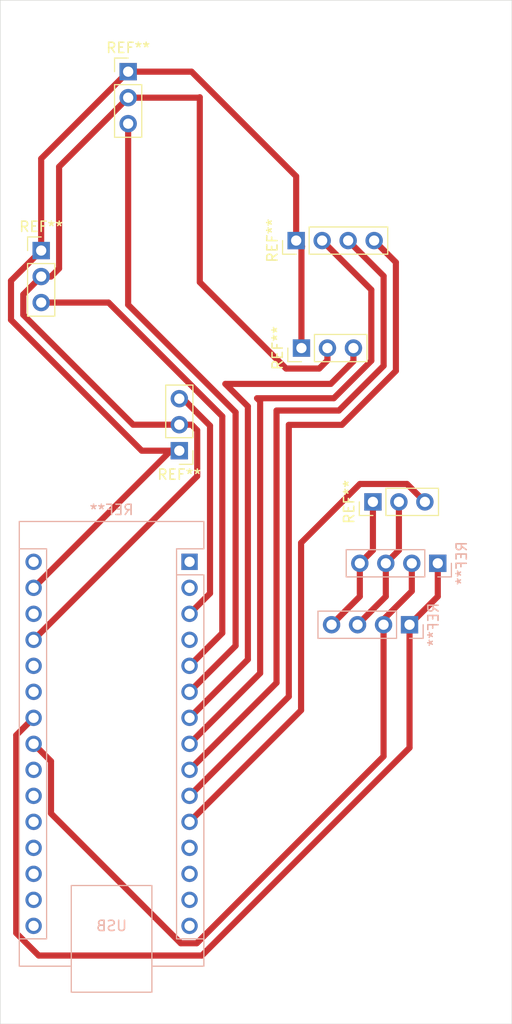
<source format=kicad_pcb>
(kicad_pcb (version 20240108) (generator "pcbnew") (generator_version "8.0")
  (layers (0 "F.Cu" signal) (31 "B.Cu" signal) (34 "B.Paste" user) (35 "F.Paste" user) (36 "B.SilkS" user "B.Silkscreen") (37 "F.SilkS" user "F.Silkscreen") (38 "B.Mask" user) (39 "F.Mask" user) (44 "Edge.Cuts" user))
  (net 0 "")
  (net 1 "GND")
  (net 2 "5V")
  (net 3 "RESET")
  (net 4 "BUTTON")
  (net 5 "MOSFET")
  (net 6 "A4_SDA")
  (net 7 "A5_SCL")
  (net 8 "ARDUINO_VIN")
  (net 9 "D9_Noise")
  (net 10 "R")
  (net 11 "G")
  (net 12 "B")
  (net 13 "Hum")
  (net 14 "Noise")
  (footprint "Connector_PinHeader_2.54mm:PinHeader_1x03_P2.54mm_Vertical" (layer "F.Cu") (at 62.5 26.975)
    (property "Reference" "REF**" (at 0 -2.33 0) (layer "F.SilkS"))
    (property "Value" "MOSFET")
    (fp_line (start -1.33 -1.33) (end 0 -1.33) (stroke (width 0.12)) (layer "F.SilkS"))
    (fp_line (start -1.33 0) (end -1.33 -1.33) (stroke (width 0.12)) (layer "F.SilkS"))
    (fp_line (start -1.33 1.27) (end -1.33 6.41) (stroke (width 0.12)) (layer "F.SilkS"))
    (fp_line (start -1.33 1.27) (end 1.33 1.27) (stroke (width 0.12)) (layer "F.SilkS"))
    (fp_line (start -1.33 6.41) (end 1.33 6.41) (stroke (width 0.12)) (layer "F.SilkS"))
    (fp_line (start 1.33 1.27) (end 1.33 6.41) (stroke (width 0.12)) (layer "F.SilkS"))
    (pad "GND" thru_hole rect (at 0 0) (size 1.7 1.7) (drill 1) (layers "*.Cu" "*.Mask") (net 1 "GND"))
    (pad "S" thru_hole oval (at 0 5.08) (size 1.7 1.7) (drill 1) (layers "*.Cu" "*.Mask") (net 5 "MOSFET"))
    (pad "VCC" thru_hole oval (at 0 2.54) (size 1.7 1.7) (drill 1) (layers "*.Cu" "*.Mask") (net 2 "5V"))
  )
  (footprint "Connector_PinHeader_2.54mm:PinHeader_1x04_P2.54mm_Vertical" (layer "F.Cu") (at 78.92 43.475 90)
    (property "Reference" "REF**" (at 0 -2.33 90) (layer "F.SilkS"))
    (property "Value" "Led")
    (fp_line (start -1.33 -1.33) (end 0 -1.33) (stroke (width 0.12)) (layer "F.SilkS"))
    (fp_line (start -1.33 0) (end -1.33 -1.33) (stroke (width 0.12)) (layer "F.SilkS"))
    (fp_line (start 1.33 1.27) (end 1.33 8.95) (stroke (width 0.12)) (layer "F.SilkS"))
    (fp_line (start -1.33 1.27) (end 1.33 1.27) (stroke (width 0.12)) (layer "F.SilkS"))
    (fp_line (start -1.33 1.27) (end -1.33 8.95) (stroke (width 0.12)) (layer "F.SilkS"))
    (fp_line (start -1.33 8.95) (end 1.33 8.95) (stroke (width 0.12)) (layer "F.SilkS"))
    (pad "B" thru_hole oval (at 0 7.62 90) (size 1.7 1.7) (drill 1) (layers "*.Cu" "*.Mask") (net 12 "B"))
    (pad "G" thru_hole oval (at 0 5.08 90) (size 1.7 1.7) (drill 1) (layers "*.Cu" "*.Mask") (net 11 "G"))
    (pad "GND" thru_hole rect (at 0 0 90) (size 1.7 1.7) (drill 1) (layers "*.Cu" "*.Mask") (net 1 "GND"))
    (pad "R" thru_hole oval (at 0 2.54 90) (size 1.7 1.7) (drill 1) (layers "*.Cu" "*.Mask") (net 10 "R"))
  )
  (footprint "Connector_PinHeader_2.54mm:PinHeader_1x03_P2.54mm_Vertical" (layer "F.Cu") (at 86.42 69 90)
    (property "Reference" "REF**" (at 0 -2.33 90) (layer "F.SilkS"))
    (property "Value" "Noise")
    (fp_line (start -1.33 -1.33) (end 0 -1.33) (stroke (width 0.12)) (layer "F.SilkS"))
    (fp_line (start -1.33 0) (end -1.33 -1.33) (stroke (width 0.12)) (layer "F.SilkS"))
    (fp_line (start 1.33 1.27) (end 1.33 6.41) (stroke (width 0.12)) (layer "F.SilkS"))
    (fp_line (start -1.33 1.27) (end 1.33 1.27) (stroke (width 0.12)) (layer "F.SilkS"))
    (fp_line (start -1.33 1.27) (end -1.33 6.41) (stroke (width 0.12)) (layer "F.SilkS"))
    (fp_line (start -1.33 6.41) (end 1.33 6.41) (stroke (width 0.12)) (layer "F.SilkS"))
    (pad "GND" thru_hole rect (at 0 0 90) (size 1.7 1.7) (drill 1) (layers "*.Cu" "*.Mask") (net 1 "GND"))
    (pad "S" thru_hole oval (at 0 5.08 90) (size 1.7 1.7) (drill 1) (layers "*.Cu" "*.Mask") (net 14 "Noise"))
    (pad "VCC" thru_hole oval (at 0 2.54 90) (size 1.7 1.7) (drill 1) (layers "*.Cu" "*.Mask") (net 2 "5V"))
  )
  (footprint "Connector_PinHeader_2.54mm:PinHeader_1x03_P2.54mm_Vertical" (layer "F.Cu") (at 54 44.45)
    (property "Reference" "REF**" (at 0 -2.33 0) (layer "F.SilkS"))
    (property "Value" "ButtPause")
    (fp_line (start -1.33 -1.33) (end 0 -1.33) (stroke (width 0.12)) (layer "F.SilkS"))
    (fp_line (start -1.33 0) (end -1.33 -1.33) (stroke (width 0.12)) (layer "F.SilkS"))
    (fp_line (start -1.33 1.27) (end -1.33 6.41) (stroke (width 0.12)) (layer "F.SilkS"))
    (fp_line (start -1.33 1.27) (end 1.33 1.27) (stroke (width 0.12)) (layer "F.SilkS"))
    (fp_line (start -1.33 6.41) (end 1.33 6.41) (stroke (width 0.12)) (layer "F.SilkS"))
    (fp_line (start 1.33 1.27) (end 1.33 6.41) (stroke (width 0.12)) (layer "F.SilkS"))
    (pad "GND" thru_hole rect (at 0 0) (size 1.7 1.7) (drill 1) (layers "*.Cu" "*.Mask") (net 1 "GND"))
    (pad "S" thru_hole oval (at 0 5.08) (size 1.7 1.7) (drill 1) (layers "*.Cu" "*.Mask") (net 4 "BUTTON"))
    (pad "VCC" thru_hole oval (at 0 2.54) (size 1.7 1.7) (drill 1) (layers "*.Cu" "*.Mask") (net 2 "5V"))
  )
  (footprint "Connector_PinHeader_2.54mm:PinHeader_1x03_P2.54mm_Vertical" (layer "F.Cu") (at 79.435 53.975 90)
    (property "Reference" "REF**" (at 0 -2.33 90) (layer "F.SilkS"))
    (property "Value" "Hum")
    (fp_line (start -1.33 -1.33) (end 0 -1.33) (stroke (width 0.12)) (layer "F.SilkS"))
    (fp_line (start -1.33 0) (end -1.33 -1.33) (stroke (width 0.12)) (layer "F.SilkS"))
    (fp_line (start 1.33 1.27) (end 1.33 6.41) (stroke (width 0.12)) (layer "F.SilkS"))
    (fp_line (start -1.33 1.27) (end 1.33 1.27) (stroke (width 0.12)) (layer "F.SilkS"))
    (fp_line (start -1.33 1.27) (end -1.33 6.41) (stroke (width 0.12)) (layer "F.SilkS"))
    (fp_line (start -1.33 6.41) (end 1.33 6.41) (stroke (width 0.12)) (layer "F.SilkS"))
    (pad "GND" thru_hole rect (at 0 0 90) (size 1.7 1.7) (drill 1) (layers "*.Cu" "*.Mask") (net 1 "GND"))
    (pad "S" thru_hole oval (at 0 5.08 90) (size 1.7 1.7) (drill 1) (layers "*.Cu" "*.Mask") (net 13 "Hum"))
    (pad "VCC" thru_hole oval (at 0 2.54 90) (size 1.7 1.7) (drill 1) (layers "*.Cu" "*.Mask") (net 2 "5V"))
  )
  (footprint "Connector_PinHeader_2.54mm:PinHeader_1x03_P2.54mm_Vertical" (layer "F.Cu") (at 67.5 64 180)
    (property "Reference" "REF**" (at 0 -2.33 0) (layer "F.SilkS"))
    (property "Value" "ButtReset")
    (fp_line (start 1.33 1.27) (end 1.33 6.41) (stroke (width 0.12)) (layer "F.SilkS"))
    (fp_line (start -1.33 6.41) (end 1.33 6.41) (stroke (width 0.12)) (layer "F.SilkS"))
    (fp_line (start -1.33 1.27) (end 1.33 1.27) (stroke (width 0.12)) (layer "F.SilkS"))
    (fp_line (start -1.33 1.27) (end -1.33 6.41) (stroke (width 0.12)) (layer "F.SilkS"))
    (fp_line (start -1.33 0) (end -1.33 -1.33) (stroke (width 0.12)) (layer "F.SilkS"))
    (fp_line (start -1.33 -1.33) (end 0 -1.33) (stroke (width 0.12)) (layer "F.SilkS"))
    (pad "GND" thru_hole rect (at 0 0 180) (size 1.7 1.7) (drill 1) (layers "*.Cu" "*.Mask") (net 1 "GND"))
    (pad "S" thru_hole oval (at 0 5.08 180) (size 1.7 1.7) (drill 1) (layers "*.Cu" "*.Mask") (net 3 "RESET"))
    (pad "VCC" thru_hole oval (at 0 2.54 180) (size 1.7 1.7) (drill 1) (layers "*.Cu" "*.Mask") (net 2 "5V"))
  )
  (footprint "Module:Arduino_Nano" (layer "B.Cu") (at 68.5 74.855 180)
    (property "Reference" "REF**" (at 7.62 5.08 0) (layer "B.SilkS") (effects (justify mirror)))
    (property "Value" "Arduino_Nano")
    (fp_line (start 16.64 3.94) (end 16.64 -39.5) (stroke (width 0.12)) (layer "B.SilkS"))
    (fp_line (start 16.64 1.27) (end 13.97 1.27) (stroke (width 0.12)) (layer "B.SilkS"))
    (fp_line (start 16.64 -36.83) (end 13.97 -36.83) (stroke (width 0.12)) (layer "B.SilkS"))
    (fp_line (start 13.97 -36.83) (end 13.97 1.27) (stroke (width 0.12)) (layer "B.SilkS"))
    (fp_line (start 11.56 -31.62) (end 3.68 -31.62) (stroke (width 0.12)) (layer "B.SilkS"))
    (fp_line (start 11.56 -39.5) (end 16.64 -39.5) (stroke (width 0.12)) (layer "B.SilkS"))
    (fp_line (start 11.56 -42.04) (end 11.56 -31.62) (stroke (width 0.12)) (layer "B.SilkS"))
    (fp_line (start 3.68 -31.62) (end 3.68 -42.04) (stroke (width 0.12)) (layer "B.SilkS"))
    (fp_line (start 3.68 -39.5) (end -1.4 -39.5) (stroke (width 0.12)) (layer "B.SilkS"))
    (fp_line (start 3.68 -42.04) (end 11.56 -42.04) (stroke (width 0.12)) (layer "B.SilkS"))
    (fp_line (start 1.27 1.27) (end 1.27 -1.27) (stroke (width 0.12)) (layer "B.SilkS"))
    (fp_line (start 1.27 -36.83) (end 1.27 -1.27) (stroke (width 0.12)) (layer "B.SilkS"))
    (fp_line (start -1.4 3.94) (end 16.64 3.94) (stroke (width 0.12)) (layer "B.SilkS"))
    (fp_line (start -1.4 1.27) (end 1.27 1.27) (stroke (width 0.12)) (layer "B.SilkS"))
    (fp_line (start -1.4 1.27) (end -1.4 3.94) (stroke (width 0.12)) (layer "B.SilkS"))
    (fp_line (start -1.4 -1.27) (end 1.27 -1.27) (stroke (width 0.12)) (layer "B.SilkS"))
    (fp_line (start -1.4 -36.83) (end 1.27 -36.83) (stroke (width 0.12)) (layer "B.SilkS"))
    (fp_line (start -1.4 -39.5) (end -1.4 -1.27) (stroke (width 0.12)) (layer "B.SilkS"))
    (fp_text user "USB" (at 7.62 -35.56 0) (layer "B.SilkS") (effects (justify mirror)))
    (pad "1" thru_hole rect (at 0 0 180) (size 1.6 1.6) (drill 1) (layers "*.Cu" "*.Mask"))
    (pad "2" thru_hole oval (at 0 -2.54 180) (size 1.6 1.6) (drill 1) (layers "*.Cu" "*.Mask"))
    (pad "5V" thru_hole oval (at 15.24 -7.62 180) (size 1.6 1.6) (drill 1) (layers "*.Cu" "*.Mask") (net 2 "5V"))
    (pad "15" thru_hole oval (at 0 -35.56 180) (size 1.6 1.6) (drill 1) (layers "*.Cu" "*.Mask"))
    (pad "16" thru_hole oval (at 15.24 -35.56 180) (size 1.6 1.6) (drill 1) (layers "*.Cu" "*.Mask"))
    (pad "17" thru_hole oval (at 15.24 -33.02 180) (size 1.6 1.6) (drill 1) (layers "*.Cu" "*.Mask"))
    (pad "18" thru_hole oval (at 15.24 -30.48 180) (size 1.6 1.6) (drill 1) (layers "*.Cu" "*.Mask"))
    (pad "A0" thru_hole oval (at 15.24 -27.94 180) (size 1.6 1.6) (drill 1) (layers "*.Cu" "*.Mask"))
    (pad "A1" thru_hole oval (at 15.24 -25.4 180) (size 1.6 1.6) (drill 1) (layers "*.Cu" "*.Mask"))
    (pad "A2" thru_hole oval (at 15.24 -22.86 180) (size 1.6 1.6) (drill 1) (layers "*.Cu" "*.Mask"))
    (pad "A3" thru_hole oval (at 15.24 -20.32 180) (size 1.6 1.6) (drill 1) (layers "*.Cu" "*.Mask"))
    (pad "A4" thru_hole oval (at 15.24 -17.78 180) (size 1.6 1.6) (drill 1) (layers "*.Cu" "*.Mask") (net 6 "A4_SDA"))
    (pad "A5" thru_hole oval (at 15.24 -15.24 180) (size 1.6 1.6) (drill 1) (layers "*.Cu" "*.Mask") (net 7 "A5_SCL"))
    (pad "A6" thru_hole oval (at 15.24 -12.7 180) (size 1.6 1.6) (drill 1) (layers "*.Cu" "*.Mask"))
    (pad "A7" thru_hole oval (at 15.24 -10.16 180) (size 1.6 1.6) (drill 1) (layers "*.Cu" "*.Mask"))
    (pad "D2" thru_hole oval (at 0 -10.16 180) (size 1.6 1.6) (drill 1) (layers "*.Cu" "*.Mask") (net 4 "BUTTON"))
    (pad "D3" thru_hole oval (at 0 -12.7 180) (size 1.6 1.6) (drill 1) (layers "*.Cu" "*.Mask") (net 5 "MOSFET"))
    (pad "D4" thru_hole oval (at 0 -15.24 180) (size 1.6 1.6) (drill 1) (layers "*.Cu" "*.Mask") (net 13 "Hum"))
    (pad "D5" thru_hole oval (at 0 -17.78 180) (size 1.6 1.6) (drill 1) (layers "*.Cu" "*.Mask") (net 10 "R"))
    (pad "D6" thru_hole oval (at 0 -20.32 180) (size 1.6 1.6) (drill 1) (layers "*.Cu" "*.Mask") (net 11 "G"))
    (pad "D7" thru_hole oval (at 0 -22.86 180) (size 1.6 1.6) (drill 1) (layers "*.Cu" "*.Mask") (net 12 "B"))
    (pad "D8" thru_hole oval (at 0 -25.4 180) (size 1.6 1.6) (drill 1) (layers "*.Cu" "*.Mask") (net 14 "Noise"))
    (pad "D9" thru_hole oval (at 0 -27.94 180) (size 1.6 1.6) (drill 1) (layers "*.Cu" "*.Mask") (net 9 "D9_Noise"))
    (pad "D10" thru_hole oval (at 0 -30.48 180) (size 1.6 1.6) (drill 1) (layers "*.Cu" "*.Mask"))
    (pad "D11" thru_hole oval (at 0 -33.02 180) (size 1.6 1.6) (drill 1) (layers "*.Cu" "*.Mask"))
    (pad "GND" thru_hole oval (at 0 -7.62 180) (size 1.6 1.6) (drill 1) (layers "*.Cu" "*.Mask") (net 1 "GND"))
    (pad "GND" thru_hole oval (at 15.24 -2.54 180) (size 1.6 1.6) (drill 1) (layers "*.Cu" "*.Mask") (net 1 "GND"))
    (pad "RST" thru_hole oval (at 0 -5.08 180) (size 1.6 1.6) (drill 1) (layers "*.Cu" "*.Mask") (net 3 "RESET"))
    (pad "RST" thru_hole oval (at 15.24 -5.08 180) (size 1.6 1.6) (drill 1) (layers "*.Cu" "*.Mask"))
    (pad "VIN" thru_hole oval (at 15.24 0 180) (size 1.6 1.6) (drill 1) (layers "*.Cu" "*.Mask") (net 8 "ARDUINO_VIN"))
  )
  (footprint "Connector_PinHeader_2.54mm:PinHeader_1x04_P2.54mm_Vertical" (layer "B.Cu") (at 90 81 90)
    (property "Reference" "REF**" (at 0 2.33 90) (layer "B.SilkS") (effects (justify mirror)))
    (property "Value" "RTC")
    (fp_line (start 1.33 -8.95) (end -1.33 -8.95) (stroke (width 0.12)) (layer "B.SilkS"))
    (fp_line (start 1.33 -8.95) (end 1.33 -1.27) (stroke (width 0.12)) (layer "B.SilkS"))
    (fp_line (start -1.33 -8.95) (end -1.33 -1.27) (stroke (width 0.12)) (layer "B.SilkS"))
    (fp_line (start 1.33 -1.27) (end -1.33 -1.27) (stroke (width 0.12)) (layer "B.SilkS"))
    (fp_line (start 0 1.33) (end -1.33 1.33) (stroke (width 0.12)) (layer "B.SilkS"))
    (fp_line (start -1.33 1.33) (end -1.33 0) (stroke (width 0.12)) (layer "B.SilkS"))
    (pad "GND" thru_hole oval (at 0 -7.62 90) (size 1.7 1.7) (drill 1) (layers "*.Cu" "*.Mask") (net 1 "GND"))
    (pad "SCL" thru_hole rect (at 0 0 90) (size 1.7 1.7) (drill 1) (layers "*.Cu" "*.Mask") (net 7 "A5_SCL"))
    (pad "SDA" thru_hole oval (at 0 -2.54 90) (size 1.7 1.7) (drill 1) (layers "*.Cu" "*.Mask") (net 6 "A4_SDA"))
    (pad "VCC" thru_hole oval (at 0 -5.08 90) (size 1.7 1.7) (drill 1) (layers "*.Cu" "*.Mask") (net 2 "5V"))
  )
  (footprint "Connector_PinHeader_2.54mm:PinHeader_1x04_P2.54mm_Vertical" (layer "B.Cu") (at 92.76 75 90)
    (property "Reference" "REF**" (at 0 2.33 90) (layer "B.SilkS") (effects (justify mirror)))
    (property "Value" "Display")
    (fp_line (start 1.33 -8.95) (end -1.33 -8.95) (stroke (width 0.12)) (layer "B.SilkS"))
    (fp_line (start 1.33 -8.95) (end 1.33 -1.27) (stroke (width 0.12)) (layer "B.SilkS"))
    (fp_line (start -1.33 -8.95) (end -1.33 -1.27) (stroke (width 0.12)) (layer "B.SilkS"))
    (fp_line (start 1.33 -1.27) (end -1.33 -1.27) (stroke (width 0.12)) (layer "B.SilkS"))
    (fp_line (start 0 1.33) (end -1.33 1.33) (stroke (width 0.12)) (layer "B.SilkS"))
    (fp_line (start -1.33 1.33) (end -1.33 0) (stroke (width 0.12)) (layer "B.SilkS"))
    (pad "GND" thru_hole oval (at 0 -7.62 90) (size 1.7 1.7) (drill 1) (layers "*.Cu" "*.Mask") (net 1 "GND"))
    (pad "SCL" thru_hole rect (at 0 0 90) (size 1.7 1.7) (drill 1) (layers "*.Cu" "*.Mask") (net 7 "A5_SCL"))
    (pad "SDA" thru_hole oval (at 0 -2.54 90) (size 1.7 1.7) (drill 1) (layers "*.Cu" "*.Mask") (net 6 "A4_SDA"))
    (pad "VCC" thru_hole oval (at 0 -5.08 90) (size 1.7 1.7) (drill 1) (layers "*.Cu" "*.Mask") (net 2 "5V"))
  )
  (gr_rect (start 50 20) (end 100 120) (stroke (width 0.05)) (fill none) (layer "Edge.Cuts"))
  (segment (start 79.435 43.99) (end 79.435 53.975) (width 0.6) (layer "F.Cu") (net 1))
  (segment (start 51.05 47.4) (end 51.05 51.222056) (width 0.6) (layer "F.Cu") (net 1))
  (segment (start 85.14 78.24) (end 82.38 81) (width 0.6) (layer "F.Cu") (net 1))
  (segment (start 78.92 37.197944) (end 68.697056 26.975) (width 0.6) (layer "F.Cu") (net 1))
  (segment (start 79.5 53.91) (end 79.435 53.975) (width 0.6) (layer "F.Cu") (net 1))
  (segment (start 67.5 64) (end 66.655 64) (width 0.6) (layer "F.Cu") (net 1))
  (segment (start 54 44.45) (end 51.05 47.4) (width 0.6) (layer "F.Cu") (net 1))
  (segment (start 79.435 53.975) (end 79.435 54.45) (width 0.2) (layer "F.Cu") (net 1))
  (segment (start 79.435 54.45) (end 79.38 54.505) (width 0.2) (layer "F.Cu") (net 1))
  (segment (start 86.42 73.72) (end 85.14 75) (width 0.6) (layer "F.Cu") (net 1))
  (segment (start 78.92 43.475) (end 79.435 43.99) (width 0.6) (layer "F.Cu") (net 1))
  (segment (start 78.92 43.475) (end 78.92 37.197944) (width 0.6) (layer "F.Cu") (net 1))
  (segment (start 63.827944 64) (end 67.5 64) (width 0.6) (layer "F.Cu") (net 1))
  (segment (start 54 35.475) (end 62.5 26.975) (width 0.6) (layer "F.Cu") (net 1))
  (segment (start 62.5 26.975) (end 62.5 27.055) (width 0.2) (layer "F.Cu") (net 1))
  (segment (start 86.42 69) (end 86.42 73.72) (width 0.6) (layer "F.Cu") (net 1))
  (segment (start 54 44.45) (end 54 35.475) (width 0.6) (layer "F.Cu") (net 1))
  (segment (start 78.92 43.475) (end 79.5 44.055) (width 0.6) (layer "F.Cu") (net 1))
  (segment (start 66.655 64) (end 53.26 77.395) (width 0.6) (layer "F.Cu") (net 1))
  (segment (start 68.697056 26.975) (end 62.5 26.975) (width 0.6) (layer "F.Cu") (net 1))
  (segment (start 51.05 51.222056) (end 63.827944 64) (width 0.6) (layer "F.Cu") (net 1))
  (segment (start 85.14 75) (end 85.14 78.24) (width 0.6) (layer "F.Cu") (net 1))
  (segment (start 54 46.99) (end 52.25 48.74) (width 0.6) (layer "F.Cu") (net 2))
  (segment (start 69.5 47.54) (end 69.5 29.475) (width 0.6) (layer "F.Cu") (net 2))
  (segment (start 54.96 46.99) (end 54 46.99) (width 0.6) (layer "F.Cu") (net 2))
  (segment (start 69.25 66.485) (end 53.26 82.475) (width 0.6) (layer "F.Cu") (net 2))
  (segment (start 62.5 29.515) (end 55.75 36.265) (width 0.6) (layer "F.Cu") (net 2))
  (segment (start 69.46 29.515) (end 62.5 29.515) (width 0.6) (layer "F.Cu") (net 2))
  (segment (start 55.75 36.265) (end 55.75 46.2) (width 0.6) (layer "F.Cu") (net 2))
  (segment (start 52.25 48.74) (end 52.25 50.725) (width 0.6) (layer "F.Cu") (net 2))
  (segment (start 67.5 61.46) (end 68.702081 61.46) (width 0.6) (layer "F.Cu") (net 2))
  (segment (start 81.975 55.177081) (end 81.177081 55.975) (width 0.6) (layer "F.Cu") (net 2))
  (segment (start 52.25 50.725) (end 62.985 61.46) (width 0.6) (layer "F.Cu") (net 2))
  (segment (start 55.75 46.2) (end 54.96 46.99) (width 0.6) (layer "F.Cu") (net 2))
  (segment (start 62.985 61.46) (end 67.5 61.46) (width 0.6) (layer "F.Cu") (net 2))
  (segment (start 81.975 53.975) (end 81.975 55.177081) (width 0.6) (layer "F.Cu") (net 2))
  (segment (start 87.68 78.24) (end 84.92 81) (width 0.6) (layer "F.Cu") (net 2))
  (segment (start 68.702081 61.46) (end 69.25 62.007919) (width 0.6) (layer "F.Cu") (net 2))
  (segment (start 81.177081 55.975) (end 77.935 55.975) (width 0.6) (layer "F.Cu") (net 2))
  (segment (start 88.96 69) (end 88.96 73.72) (width 0.6) (layer "F.Cu") (net 2))
  (segment (start 88.96 73.72) (end 87.68 75) (width 0.6) (layer "F.Cu") (net 2))
  (segment (start 69.25 62.007919) (end 69.25 66.485) (width 0.6) (layer "F.Cu") (net 2))
  (segment (start 69.5 29.475) (end 69.46 29.515) (width 0.6) (layer "F.Cu") (net 2))
  (segment (start 87.68 75) (end 87.68 78.24) (width 0.6) (layer "F.Cu") (net 2))
  (segment (start 77.935 55.975) (end 69.5 47.54) (width 0.6) (layer "F.Cu") (net 2))
  (segment (start 67.5 58.92) (end 67.5 58.985126) (width 0.6) (layer "F.Cu") (net 3))
  (segment (start 67.924263 58.985126) (end 70.5 61.560863) (width 0.6) (layer "F.Cu") (net 3))
  (segment (start 70.5 77.935) (end 68.5 79.935) (width 0.6) (layer "F.Cu") (net 3))
  (segment (start 67.5 58.985126) (end 67.924263 58.985126) (width 0.6) (layer "F.Cu") (net 3))
  (segment (start 70.5 61.560863) (end 70.5 77.935) (width 0.6) (layer "F.Cu") (net 3))
  (segment (start 71.7 60.645126) (end 71.7 81.815) (width 0.6) (layer "F.Cu") (net 4))
  (segment (start 71.7 81.815) (end 68.5 85.015) (width 0.6) (layer "F.Cu") (net 4))
  (segment (start 54 49.53) (end 60.584874 49.53) (width 0.6) (layer "F.Cu") (net 4))
  (segment (start 60.584874 49.53) (end 71.7 60.645126) (width 0.6) (layer "F.Cu") (net 4))
  (segment (start 62.5 32.055) (end 62.5 49.74807) (width 0.6) (layer "F.Cu") (net 5))
  (segment (start 62.5 49.74807) (end 73 60.24807) (width 0.6) (layer "F.Cu") (net 5))
  (segment (start 73 83.055) (end 68.5 87.555) (width 0.6) (layer "F.Cu") (net 5))
  (segment (start 73 60.24807) (end 73 83.055) (width 0.6) (layer "F.Cu") (net 5))
  (segment (start 87.46 93.859164) (end 69.204164 112.115) (width 0.6) (layer "F.Cu") (net 6))
  (segment (start 87.46 80.48) (end 87.46 81) (width 0.6) (layer "F.Cu") (net 6))
  (segment (start 54.96 94.335) (end 53.26 92.635) (width 0.6) (layer "F.Cu") (net 6))
  (segment (start 69.204164 112.115) (end 67.64 112.115) (width 0.6) (layer "F.Cu") (net 6))
  (segment (start 90.22 77.72) (end 87.46 80.48) (width 0.6) (layer "F.Cu") (net 6))
  (segment (start 90.22 75) (end 90.22 77.72) (width 0.6) (layer "F.Cu") (net 6))
  (segment (start 87.46 81) (end 87.46 93.859164) (width 0.6) (layer "F.Cu") (net 6))
  (segment (start 67.64 112.115) (end 54.96 99.435) (width 0.6) (layer "F.Cu") (net 6))
  (segment (start 54.96 99.435) (end 54.96 94.335) (width 0.6) (layer "F.Cu") (net 6))
  (segment (start 53.755836 113.315) (end 51.56 111.119164) (width 0.6) (layer "F.Cu") (net 7))
  (segment (start 92.76 75) (end 92.76 78.24) (width 0.6) (layer "F.Cu") (net 7))
  (segment (start 51.56 91.795) (end 53.26 90.095) (width 0.6) (layer "F.Cu") (net 7))
  (segment (start 90 93.01622) (end 69.70122 113.315) (width 0.6) (layer "F.Cu") (net 7))
  (segment (start 90 81) (end 90 93.01622) (width 0.6) (layer "F.Cu") (net 7))
  (segment (start 69.70122 113.315) (end 53.755836 113.315) (width 0.6) (layer "F.Cu") (net 7))
  (segment (start 92.76 78.24) (end 90 81) (width 0.6) (layer "F.Cu") (net 7))
  (segment (start 51.56 111.119164) (end 51.56 91.795) (width 0.6) (layer "F.Cu") (net 7))
  (segment (start 86.265 55.21) (end 82.598528 58.876472) (width 0.6) (layer "F.Cu") (net 10))
  (segment (start 81.46 43.475) (end 86.265 48.28) (width 0.6) (layer "F.Cu") (net 10))
  (segment (start 75.4 59.177944) (end 75.4 85.735) (width 0.6) (layer "F.Cu") (net 10))
  (segment (start 75.4 85.735) (end 68.5 92.635) (width 0.6) (layer "F.Cu") (net 10))
  (segment (start 75.098528 58.876472) (end 75.4 59.177944) (width 0.6) (layer "F.Cu") (net 10))
  (segment (start 86.265 48.28) (end 86.265 55.21) (width 0.6) (layer "F.Cu") (net 10))
  (segment (start 82.598528 58.876472) (end 75.098528 58.876472) (width 0.6) (layer "F.Cu") (net 10))
  (segment (start 83.095584 60.076472) (end 77 60.076472) (width 0.6) (layer "F.Cu") (net 11))
  (segment (start 77 60.076472) (end 77 86.675) (width 0.6) (layer "F.Cu") (net 11))
  (segment (start 84 43.475) (end 87.465 46.94) (width 0.6) (layer "F.Cu") (net 11))
  (segment (start 87.465 46.94) (end 87.465 55.707056) (width 0.6) (layer "F.Cu") (net 11))
  (segment (start 87.465 55.707056) (end 83.095584 60.076472) (width 0.6) (layer "F.Cu") (net 11))
  (segment (start 77 86.675) (end 68.5 95.175) (width 0.6) (layer "F.Cu") (net 11))
  (segment (start 83.394112 61.475) (end 78.2 61.475) (width 0.6) (layer "F.Cu") (net 12))
  (segment (start 88.665 45.6) (end 88.665 56.204112) (width 0.6) (layer "F.Cu") (net 12))
  (segment (start 88.665 56.204112) (end 83.394112 61.475) (width 0.6) (layer "F.Cu") (net 12))
  (segment (start 78.2 61.475) (end 78.2 88.015) (width 0.6) (layer "F.Cu") (net 12))
  (segment (start 78.2 88.015) (end 68.5 97.715) (width 0.6) (layer "F.Cu") (net 12))
  (segment (start 86.54 43.475) (end 88.665 45.6) (width 0.6) (layer "F.Cu") (net 12))
  (segment (start 84.515 55.262944) (end 82.302944 57.475) (width 0.6) (layer "F.Cu") (net 13))
  (segment (start 74.2 84.395) (end 68.5 90.095) (width 0.6) (layer "F.Cu") (net 13))
  (segment (start 72 57.475) (end 74.2 59.675) (width 0.6) (layer "F.Cu") (net 13))
  (segment (start 82.302944 57.475) (end 72 57.475) (width 0.6) (layer "F.Cu") (net 13))
  (segment (start 74.2 59.675) (end 74.2 84.395) (width 0.6) (layer "F.Cu") (net 13))
  (segment (start 84.515 53.975) (end 84.515 55.262944) (width 0.6) (layer "F.Cu") (net 13))
  (segment (start 89.75 67.25) (end 85.15 67.25) (width 0.6) (layer "F.Cu") (net 14))
  (segment (start 79.4 73) (end 79.4 89.355) (width 0.6) (layer "F.Cu") (net 14))
  (segment (start 91.5 69) (end 89.75 67.25) (width 0.6) (layer "F.Cu") (net 14))
  (segment (start 79.4 89.355) (end 68.5 100.255) (width 0.6) (layer "F.Cu") (net 14))
  (segment (start 85.15 67.25) (end 79.4 73) (width 0.6) (layer "F.Cu") (net 14))
)
</source>
